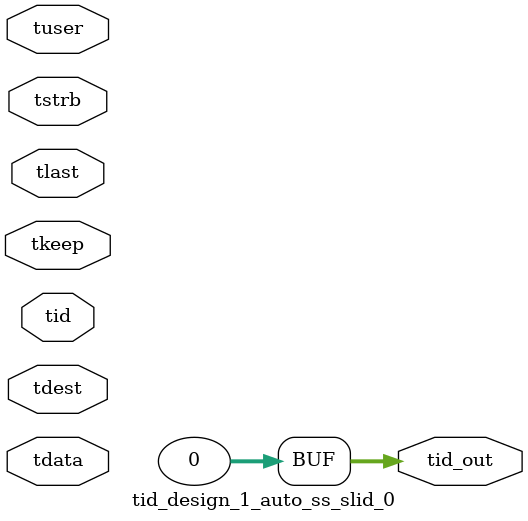
<source format=v>


`timescale 1ps/1ps

module tid_design_1_auto_ss_slid_0 #
(
parameter C_S_AXIS_TID_WIDTH   = 1,
parameter C_S_AXIS_TUSER_WIDTH = 0,
parameter C_S_AXIS_TDATA_WIDTH = 0,
parameter C_S_AXIS_TDEST_WIDTH = 0,
parameter C_M_AXIS_TID_WIDTH   = 32
)
(
input  [(C_S_AXIS_TID_WIDTH   == 0 ? 1 : C_S_AXIS_TID_WIDTH)-1:0       ] tid,
input  [(C_S_AXIS_TDATA_WIDTH == 0 ? 1 : C_S_AXIS_TDATA_WIDTH)-1:0     ] tdata,
input  [(C_S_AXIS_TUSER_WIDTH == 0 ? 1 : C_S_AXIS_TUSER_WIDTH)-1:0     ] tuser,
input  [(C_S_AXIS_TDEST_WIDTH == 0 ? 1 : C_S_AXIS_TDEST_WIDTH)-1:0     ] tdest,
input  [(C_S_AXIS_TDATA_WIDTH/8)-1:0 ] tkeep,
input  [(C_S_AXIS_TDATA_WIDTH/8)-1:0 ] tstrb,
input                                                                    tlast,
output [(C_M_AXIS_TID_WIDTH   == 0 ? 1 : C_M_AXIS_TID_WIDTH)-1:0       ] tid_out
);

assign tid_out = {1'b0};

endmodule


</source>
